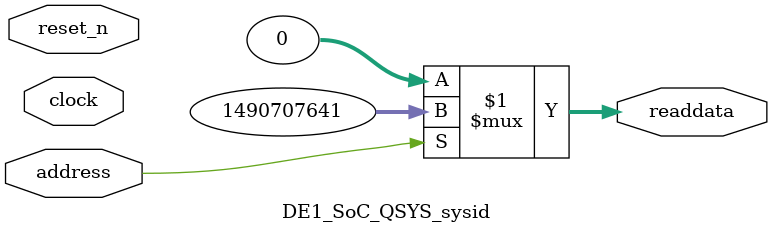
<source format=v>

`timescale 1ns / 1ps
// synthesis translate_on

// turn off superfluous verilog processor warnings 
// altera message_level Level1 
// altera message_off 10034 10035 10036 10037 10230 10240 10030 

module DE1_SoC_QSYS_sysid (
               // inputs:
                address,
                clock,
                reset_n,

               // outputs:
                readdata
             )
;

  output  [ 31: 0] readdata;
  input            address;
  input            clock;
  input            reset_n;

  wire    [ 31: 0] readdata;
  //control_slave, which is an e_avalon_slave
  assign readdata = address ? 1490707641 : 0;

endmodule




</source>
